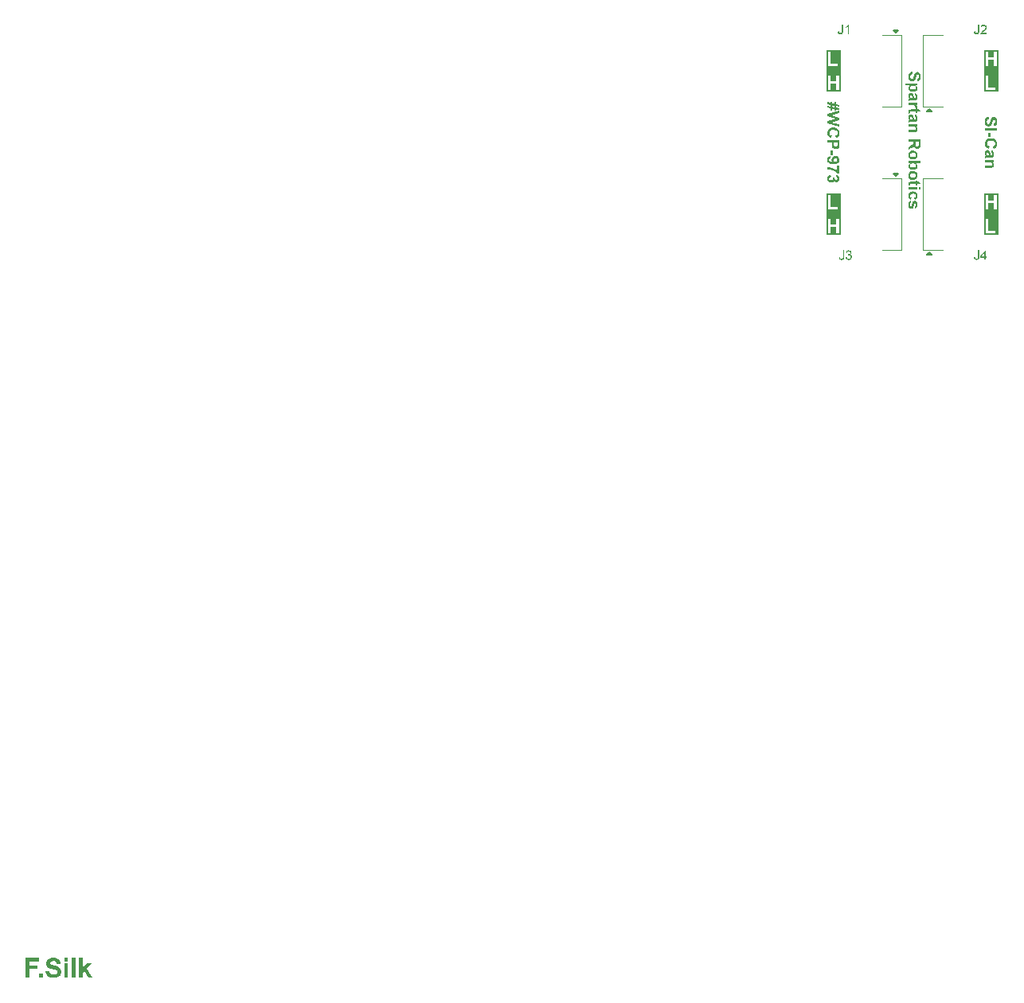
<source format=gbr>
%TF.GenerationSoftware,KiCad,Pcbnew,8.0.2-1*%
%TF.CreationDate,2024-09-28T15:44:51-07:00*%
%TF.ProjectId,TEE-CAN,5445452d-4341-44e2-9e6b-696361645f70,rev?*%
%TF.SameCoordinates,Original*%
%TF.FileFunction,Legend,Top*%
%TF.FilePolarity,Positive*%
%FSLAX46Y46*%
G04 Gerber Fmt 4.6, Leading zero omitted, Abs format (unit mm)*
G04 Created by KiCad (PCBNEW 8.0.2-1) date 2024-09-28 15:44:51*
%MOMM*%
%LPD*%
G01*
G04 APERTURE LIST*
%ADD10C,0.300000*%
%ADD11C,0.228600*%
%ADD12C,0.150000*%
%ADD13C,0.120000*%
%ADD14C,0.200000*%
G04 APERTURE END LIST*
D10*
G36*
X157738809Y-82207667D02*
G01*
X156197938Y-82207667D01*
X156197938Y-82041000D01*
X156371933Y-82041000D01*
X157435122Y-82041000D01*
X157435122Y-81783079D01*
X156676748Y-81783079D01*
X156676748Y-80516924D01*
X156371933Y-80516924D01*
X156371933Y-82041000D01*
X156197938Y-82041000D01*
X156197938Y-79521000D01*
X156364605Y-79521000D01*
X156669420Y-79521000D01*
X156669420Y-78864475D01*
X157267327Y-78864475D01*
X157267327Y-79521000D01*
X157572142Y-79521000D01*
X157572142Y-77996924D01*
X157267327Y-77996924D01*
X157267327Y-78606554D01*
X156669420Y-78606554D01*
X156669420Y-77996924D01*
X156364605Y-77996924D01*
X156364605Y-79521000D01*
X156197938Y-79521000D01*
X156197938Y-77830257D01*
X157738809Y-77830257D01*
X157738809Y-82207667D01*
G37*
D11*
G36*
X148587793Y-80090561D02*
G01*
X148607645Y-80341813D01*
X148543703Y-80358231D01*
X148484743Y-80385106D01*
X148434581Y-80425164D01*
X148427115Y-80433629D01*
X148394267Y-80487116D01*
X148375054Y-80552039D01*
X148369420Y-80620983D01*
X148373518Y-80686266D01*
X148387682Y-80747407D01*
X148418035Y-80804942D01*
X148421222Y-80808957D01*
X148470144Y-80852214D01*
X148529940Y-80871679D01*
X148542815Y-80872235D01*
X148604467Y-80855954D01*
X148618812Y-80845559D01*
X148656458Y-80793581D01*
X148673405Y-80752813D01*
X148692387Y-80690769D01*
X148709731Y-80627495D01*
X148726003Y-80565628D01*
X148731100Y-80545917D01*
X148748236Y-80484090D01*
X148770279Y-80417875D01*
X148793935Y-80360361D01*
X148823575Y-80304261D01*
X148860138Y-80254650D01*
X148909063Y-80208722D01*
X148962470Y-80174074D01*
X149020360Y-80150707D01*
X149082732Y-80138621D01*
X149120386Y-80136779D01*
X149186698Y-80143303D01*
X149250005Y-80162876D01*
X149304948Y-80191992D01*
X149354815Y-80231450D01*
X149396624Y-80280420D01*
X149430375Y-80338902D01*
X149436158Y-80351739D01*
X149457900Y-80413925D01*
X149471253Y-80474887D01*
X149478983Y-80541200D01*
X149481135Y-80603612D01*
X149478492Y-80675925D01*
X149470564Y-80742422D01*
X149457349Y-80803102D01*
X149434514Y-80868242D01*
X149404067Y-80925006D01*
X149372880Y-80965912D01*
X149322059Y-81013709D01*
X149264322Y-81050433D01*
X149199668Y-81076084D01*
X149138745Y-81089257D01*
X149084094Y-81094020D01*
X149084094Y-80835633D01*
X149147969Y-80817938D01*
X149203414Y-80783731D01*
X149220887Y-80764600D01*
X149249513Y-80706382D01*
X149261291Y-80639846D01*
X149262763Y-80600821D01*
X149258340Y-80535366D01*
X149243259Y-80474282D01*
X149217475Y-80424634D01*
X149165305Y-80386928D01*
X149139308Y-80383689D01*
X149079926Y-80405324D01*
X149063312Y-80422152D01*
X149032239Y-80478350D01*
X149010604Y-80537673D01*
X148991068Y-80603926D01*
X148976769Y-80659446D01*
X148959488Y-80726712D01*
X148942076Y-80787065D01*
X148921597Y-80848737D01*
X148897974Y-80907697D01*
X148883092Y-80938306D01*
X148849813Y-80990874D01*
X148805300Y-81039813D01*
X148752503Y-81079441D01*
X148690982Y-81108581D01*
X148627103Y-81124575D01*
X148563136Y-81130423D01*
X148548089Y-81130622D01*
X148480435Y-81124655D01*
X148415507Y-81106752D01*
X148353306Y-81076915D01*
X148341193Y-81069515D01*
X148290855Y-81031143D01*
X148248369Y-80984772D01*
X148213735Y-80930402D01*
X148197886Y-80896740D01*
X148177394Y-80837475D01*
X148162757Y-80771347D01*
X148154752Y-80707855D01*
X148151230Y-80639108D01*
X148151047Y-80618501D01*
X148153766Y-80545448D01*
X148161922Y-80477893D01*
X148175516Y-80415835D01*
X148199005Y-80348624D01*
X148230325Y-80289329D01*
X148262405Y-80245965D01*
X148307868Y-80200902D01*
X148360507Y-80163188D01*
X148420321Y-80132825D01*
X148487311Y-80109812D01*
X148548617Y-80096249D01*
X148587793Y-80090561D01*
G37*
G36*
X149103946Y-81560854D02*
G01*
X148967774Y-81560854D01*
X149020077Y-81602116D01*
X149060542Y-81649473D01*
X149080682Y-81681207D01*
X149106956Y-81740516D01*
X149121104Y-81804449D01*
X149123798Y-81849639D01*
X149117713Y-81917877D01*
X149099456Y-81981454D01*
X149069028Y-82040370D01*
X149026428Y-82094625D01*
X148996621Y-82123536D01*
X148945524Y-82161801D01*
X148887381Y-82192150D01*
X148822195Y-82214582D01*
X148749963Y-82229097D01*
X148684389Y-82235144D01*
X148642696Y-82236134D01*
X148572339Y-82233362D01*
X148507055Y-82225047D01*
X148435413Y-82207752D01*
X148371076Y-82182474D01*
X148314047Y-82149213D01*
X148280086Y-82122605D01*
X148236233Y-82078447D01*
X148196539Y-82022629D01*
X148169193Y-81962179D01*
X148154198Y-81897099D01*
X148151047Y-81847778D01*
X148156487Y-81787602D01*
X148329716Y-81787602D01*
X148341695Y-81852349D01*
X148377633Y-81907472D01*
X148402300Y-81929668D01*
X148456753Y-81959602D01*
X148521300Y-81977064D01*
X148591034Y-81985046D01*
X148640525Y-81986432D01*
X148704413Y-81983627D01*
X148768050Y-81973551D01*
X148827685Y-81953455D01*
X148870064Y-81927807D01*
X148915807Y-81880144D01*
X148941538Y-81819650D01*
X148945130Y-81783259D01*
X148934792Y-81720111D01*
X148903778Y-81665601D01*
X148871615Y-81634058D01*
X148812680Y-81600327D01*
X148751974Y-81583144D01*
X148688580Y-81575738D01*
X148653553Y-81574812D01*
X148585226Y-81577766D01*
X148517280Y-81588375D01*
X148453772Y-81609534D01*
X148408814Y-81636540D01*
X148363781Y-81682379D01*
X148335973Y-81739660D01*
X148329716Y-81787602D01*
X148156487Y-81787602D01*
X148156866Y-81783410D01*
X148176013Y-81720375D01*
X148181446Y-81708503D01*
X148216628Y-81652702D01*
X148260016Y-81602888D01*
X148286290Y-81577294D01*
X147813562Y-81577294D01*
X147813562Y-81332245D01*
X149103946Y-81332245D01*
X149103946Y-81560854D01*
G37*
G36*
X148491191Y-82366404D02*
G01*
X148551445Y-82386929D01*
X148571353Y-82397742D01*
X148620538Y-82436342D01*
X148658443Y-82486461D01*
X148667201Y-82502896D01*
X148690916Y-82562031D01*
X148708879Y-82624171D01*
X148723647Y-82690095D01*
X148725206Y-82698005D01*
X148739369Y-82768140D01*
X148755009Y-82835935D01*
X148771909Y-82896448D01*
X148786313Y-82936229D01*
X148811439Y-82936229D01*
X148873321Y-82927466D01*
X148914421Y-82901178D01*
X148939252Y-82842465D01*
X148945100Y-82775646D01*
X148945130Y-82769658D01*
X148936787Y-82705056D01*
X148918764Y-82667296D01*
X148870176Y-82626996D01*
X148826017Y-82608050D01*
X148865722Y-82385645D01*
X148927216Y-82407784D01*
X148986202Y-82440756D01*
X149034391Y-82482266D01*
X149060520Y-82514683D01*
X149091109Y-82573347D01*
X149109894Y-82637275D01*
X149119843Y-82702308D01*
X149123551Y-82764809D01*
X149123798Y-82787029D01*
X149121928Y-82854795D01*
X149115211Y-82922392D01*
X149101814Y-82985879D01*
X149084715Y-83031147D01*
X149052436Y-83084683D01*
X149007279Y-83130162D01*
X148985454Y-83144055D01*
X148926378Y-83164092D01*
X148863464Y-83173050D01*
X148794151Y-83176646D01*
X148764910Y-83176935D01*
X148477055Y-83174144D01*
X148413065Y-83175076D01*
X148348715Y-83178748D01*
X148295905Y-83185931D01*
X148235496Y-83202836D01*
X148175059Y-83227981D01*
X148170900Y-83229978D01*
X148170900Y-82987720D01*
X148231488Y-82968402D01*
X148246585Y-82964146D01*
X148276674Y-82955461D01*
X148233897Y-82907013D01*
X148197597Y-82851772D01*
X148182376Y-82820839D01*
X148162092Y-82761234D01*
X148159010Y-82741741D01*
X148329716Y-82741741D01*
X148340030Y-82806570D01*
X148368433Y-82864531D01*
X148370971Y-82868298D01*
X148415851Y-82911870D01*
X148447898Y-82926613D01*
X148510226Y-82935093D01*
X148561427Y-82936229D01*
X148607645Y-82936229D01*
X148591282Y-82875355D01*
X148577077Y-82811684D01*
X148571973Y-82787029D01*
X148557972Y-82725225D01*
X148537868Y-82665165D01*
X148531649Y-82653648D01*
X148484539Y-82612330D01*
X148449759Y-82605568D01*
X148388675Y-82623748D01*
X148365077Y-82644032D01*
X148334689Y-82700229D01*
X148329716Y-82741741D01*
X148159010Y-82741741D01*
X148152149Y-82698353D01*
X148151047Y-82668226D01*
X148155972Y-82600508D01*
X148173283Y-82533363D01*
X148203060Y-82475787D01*
X148229835Y-82442719D01*
X148277466Y-82402834D01*
X148338159Y-82373827D01*
X148399775Y-82361499D01*
X148429286Y-82360209D01*
X148491191Y-82366404D01*
G37*
G36*
X148170900Y-83648422D02*
G01*
X148170900Y-83403373D01*
X149103946Y-83403373D01*
X149103946Y-83631051D01*
X148972116Y-83631051D01*
X149024200Y-83666347D01*
X149073160Y-83708790D01*
X149094641Y-83735895D01*
X149118986Y-83795999D01*
X149123798Y-83842290D01*
X149116732Y-83904230D01*
X149095532Y-83964426D01*
X149073548Y-84003588D01*
X148845249Y-83927591D01*
X148874193Y-83871408D01*
X148885574Y-83812511D01*
X148873551Y-83751609D01*
X148857657Y-83725038D01*
X148805191Y-83686386D01*
X148756845Y-83668894D01*
X148688067Y-83657239D01*
X148624643Y-83652340D01*
X148558112Y-83649701D01*
X148494088Y-83648602D01*
X148451930Y-83648422D01*
X148170900Y-83648422D01*
G37*
G36*
X149103946Y-84529667D02*
G01*
X148925278Y-84529667D01*
X148925278Y-84362165D01*
X148520172Y-84362165D01*
X148453233Y-84362620D01*
X148390424Y-84365005D01*
X148376554Y-84366818D01*
X148342744Y-84388842D01*
X148329716Y-84430097D01*
X148340859Y-84491381D01*
X148353290Y-84528737D01*
X148183307Y-84549829D01*
X148164940Y-84488332D01*
X148154198Y-84421557D01*
X148151047Y-84356272D01*
X148156786Y-84293148D01*
X148174001Y-84236539D01*
X148207904Y-84181141D01*
X148233247Y-84158372D01*
X148291968Y-84132348D01*
X148331577Y-84123941D01*
X148398035Y-84118125D01*
X148462332Y-84116459D01*
X148509315Y-84116186D01*
X148925278Y-84116186D01*
X148925278Y-84003588D01*
X149103946Y-84003588D01*
X149103946Y-84116186D01*
X149282615Y-84116186D01*
X149421579Y-84362165D01*
X149103946Y-84362165D01*
X149103946Y-84529667D01*
G37*
G36*
X148491191Y-84638224D02*
G01*
X148551445Y-84658749D01*
X148571353Y-84669562D01*
X148620538Y-84708162D01*
X148658443Y-84758281D01*
X148667201Y-84774716D01*
X148690916Y-84833850D01*
X148708879Y-84895991D01*
X148723647Y-84961915D01*
X148725206Y-84969824D01*
X148739369Y-85039960D01*
X148755009Y-85107755D01*
X148771909Y-85168268D01*
X148786313Y-85208049D01*
X148811439Y-85208049D01*
X148873321Y-85199286D01*
X148914421Y-85172998D01*
X148939252Y-85114285D01*
X148945100Y-85047466D01*
X148945130Y-85041478D01*
X148936787Y-84976876D01*
X148918764Y-84939116D01*
X148870176Y-84898816D01*
X148826017Y-84879870D01*
X148865722Y-84657465D01*
X148927216Y-84679604D01*
X148986202Y-84712576D01*
X149034391Y-84754086D01*
X149060520Y-84786503D01*
X149091109Y-84845167D01*
X149109894Y-84909095D01*
X149119843Y-84974128D01*
X149123551Y-85036629D01*
X149123798Y-85058849D01*
X149121928Y-85126615D01*
X149115211Y-85194212D01*
X149101814Y-85257699D01*
X149084715Y-85302967D01*
X149052436Y-85356503D01*
X149007279Y-85401982D01*
X148985454Y-85415875D01*
X148926378Y-85435912D01*
X148863464Y-85444870D01*
X148794151Y-85448466D01*
X148764910Y-85448755D01*
X148477055Y-85445964D01*
X148413065Y-85446896D01*
X148348715Y-85450568D01*
X148295905Y-85457751D01*
X148235496Y-85474656D01*
X148175059Y-85499801D01*
X148170900Y-85501798D01*
X148170900Y-85259540D01*
X148231488Y-85240222D01*
X148246585Y-85235966D01*
X148276674Y-85227281D01*
X148233897Y-85178833D01*
X148197597Y-85123592D01*
X148182376Y-85092659D01*
X148162092Y-85033054D01*
X148159010Y-85013561D01*
X148329716Y-85013561D01*
X148340030Y-85078390D01*
X148368433Y-85136351D01*
X148370971Y-85140118D01*
X148415851Y-85183690D01*
X148447898Y-85198433D01*
X148510226Y-85206913D01*
X148561427Y-85208049D01*
X148607645Y-85208049D01*
X148591282Y-85147175D01*
X148577077Y-85083504D01*
X148571973Y-85058849D01*
X148557972Y-84997045D01*
X148537868Y-84936984D01*
X148531649Y-84925468D01*
X148484539Y-84884149D01*
X148449759Y-84877388D01*
X148388675Y-84895568D01*
X148365077Y-84915852D01*
X148334689Y-84972049D01*
X148329716Y-85013561D01*
X148159010Y-85013561D01*
X148152149Y-84970173D01*
X148151047Y-84940046D01*
X148155972Y-84872328D01*
X148173283Y-84805183D01*
X148203060Y-84747607D01*
X148229835Y-84714539D01*
X148277466Y-84674654D01*
X148338159Y-84645647D01*
X148399775Y-84633319D01*
X148429286Y-84632029D01*
X148491191Y-84638224D01*
G37*
G36*
X148170900Y-86528211D02*
G01*
X148170900Y-86283162D01*
X148652622Y-86283162D01*
X148722337Y-86282174D01*
X148784638Y-86278698D01*
X148847606Y-86268316D01*
X148850522Y-86267343D01*
X148904761Y-86234792D01*
X148920315Y-86216472D01*
X148943167Y-86158268D01*
X148945130Y-86131480D01*
X148935062Y-86067352D01*
X148909458Y-86017021D01*
X148865233Y-85972229D01*
X148815161Y-85947538D01*
X148751095Y-85935488D01*
X148687488Y-85930745D01*
X148617725Y-85929000D01*
X148598339Y-85928927D01*
X148170900Y-85928927D01*
X148170900Y-85683878D01*
X149103946Y-85683878D01*
X149103946Y-85911557D01*
X148967774Y-85911557D01*
X149020798Y-85959241D01*
X149062851Y-86011331D01*
X149093934Y-86067826D01*
X149114047Y-86128727D01*
X149123189Y-86194034D01*
X149123798Y-86216782D01*
X149118935Y-86280458D01*
X149102820Y-86343766D01*
X149094330Y-86365052D01*
X149063160Y-86420931D01*
X149019265Y-86466794D01*
X148964042Y-86498855D01*
X148915662Y-86514563D01*
X148850531Y-86524359D01*
X148782527Y-86527878D01*
X148750021Y-86528211D01*
X148170900Y-86528211D01*
G37*
G36*
X149461283Y-87811150D02*
G01*
X149460062Y-87884091D01*
X149456398Y-87949136D01*
X149449036Y-88015043D01*
X149436551Y-88077207D01*
X149426542Y-88108931D01*
X149396243Y-88168509D01*
X149353116Y-88219290D01*
X149302777Y-88257822D01*
X149244623Y-88287265D01*
X149181440Y-88305804D01*
X149113229Y-88313437D01*
X149098983Y-88313656D01*
X149029423Y-88308363D01*
X148966223Y-88292485D01*
X148909381Y-88266022D01*
X148858897Y-88228974D01*
X148815956Y-88181535D01*
X148781738Y-88123588D01*
X148758954Y-88064264D01*
X148742849Y-87996896D01*
X148739475Y-87976171D01*
X148704431Y-88030267D01*
X148663610Y-88081339D01*
X148631219Y-88114204D01*
X148580065Y-88156209D01*
X148529233Y-88192375D01*
X148475340Y-88227901D01*
X148422152Y-88261234D01*
X148170900Y-88417569D01*
X148170900Y-88108621D01*
X148454722Y-87921888D01*
X148506030Y-87886762D01*
X148562533Y-87846816D01*
X148614023Y-87807952D01*
X148639904Y-87785715D01*
X148679968Y-87735804D01*
X148688655Y-87716853D01*
X148925278Y-87716853D01*
X148925812Y-87781622D01*
X148927786Y-87844781D01*
X148933130Y-87911835D01*
X148940477Y-87948874D01*
X148972212Y-88002894D01*
X148993519Y-88021148D01*
X149054070Y-88044939D01*
X149087506Y-88047514D01*
X149150941Y-88036620D01*
X149189558Y-88013083D01*
X149225541Y-87962136D01*
X149238568Y-87915684D01*
X149241825Y-87852948D01*
X149242703Y-87790056D01*
X149242911Y-87727399D01*
X149242911Y-87525777D01*
X148925278Y-87525777D01*
X148925278Y-87716853D01*
X148688655Y-87716853D01*
X148692636Y-87708168D01*
X148704174Y-87646892D01*
X148706891Y-87583716D01*
X148706905Y-87578199D01*
X148706905Y-87525777D01*
X148170900Y-87525777D01*
X148170900Y-87267700D01*
X149461283Y-87267700D01*
X149461283Y-87811150D01*
G37*
G36*
X148718907Y-88496154D02*
G01*
X148786088Y-88510434D01*
X148844733Y-88531119D01*
X148888055Y-88551570D01*
X148942047Y-88584799D01*
X148994678Y-88629690D01*
X149038721Y-88682530D01*
X149063312Y-88722174D01*
X149089775Y-88778977D01*
X149108677Y-88838960D01*
X149120018Y-88902122D01*
X149123798Y-88968463D01*
X149120451Y-89032329D01*
X149107598Y-89104070D01*
X149085104Y-89170467D01*
X149052971Y-89231521D01*
X149011197Y-89287231D01*
X148986695Y-89313083D01*
X148932730Y-89358728D01*
X148873660Y-89394929D01*
X148809488Y-89421686D01*
X148740212Y-89439000D01*
X148678583Y-89446214D01*
X148639904Y-89447394D01*
X148575746Y-89444077D01*
X148503395Y-89431340D01*
X148436103Y-89409050D01*
X148373872Y-89377207D01*
X148316700Y-89335812D01*
X148290012Y-89311532D01*
X148242786Y-89258235D01*
X148205330Y-89200009D01*
X148177646Y-89136854D01*
X148159733Y-89068771D01*
X148151590Y-88995757D01*
X148151047Y-88970324D01*
X148151100Y-88969394D01*
X148329716Y-88969394D01*
X148339063Y-89031624D01*
X148370578Y-89091151D01*
X148408814Y-89130072D01*
X148465442Y-89164422D01*
X148528372Y-89184461D01*
X148593827Y-89193621D01*
X148639284Y-89195211D01*
X148708689Y-89191140D01*
X148769563Y-89178926D01*
X148827851Y-89155453D01*
X148865722Y-89130072D01*
X148910932Y-89081836D01*
X148938848Y-89020855D01*
X148945130Y-88969394D01*
X148935747Y-88907090D01*
X148904107Y-88847316D01*
X148865722Y-88808096D01*
X148809439Y-88773581D01*
X148747079Y-88753448D01*
X148682337Y-88744244D01*
X148637423Y-88742646D01*
X148567185Y-88746737D01*
X148505670Y-88759009D01*
X148446895Y-88782594D01*
X148408814Y-88808096D01*
X148363781Y-88856685D01*
X148335973Y-88917884D01*
X148329716Y-88969394D01*
X148151100Y-88969394D01*
X148154653Y-88907317D01*
X148165471Y-88845784D01*
X148183501Y-88785724D01*
X148208742Y-88727137D01*
X148241099Y-88672893D01*
X148285518Y-88620118D01*
X148338427Y-88576077D01*
X148378416Y-88551570D01*
X148437293Y-88525243D01*
X148502258Y-88506438D01*
X148564096Y-88496154D01*
X148630595Y-88491629D01*
X148650451Y-88491394D01*
X148718907Y-88496154D01*
G37*
G36*
X149461283Y-89868320D02*
G01*
X148994760Y-89868320D01*
X149038613Y-89912355D01*
X149078307Y-89967422D01*
X149105652Y-90026468D01*
X149120648Y-90089491D01*
X149123798Y-90136943D01*
X149117906Y-90208234D01*
X149100228Y-90273914D01*
X149070764Y-90333984D01*
X149029516Y-90388443D01*
X149000654Y-90417043D01*
X148950701Y-90454677D01*
X148893202Y-90484524D01*
X148828157Y-90506585D01*
X148755566Y-90520859D01*
X148689309Y-90526807D01*
X148647039Y-90527781D01*
X148575259Y-90525024D01*
X148508811Y-90516754D01*
X148447694Y-90502971D01*
X148381391Y-90479155D01*
X148322766Y-90447399D01*
X148279776Y-90414872D01*
X148236028Y-90370830D01*
X148196429Y-90315148D01*
X148169150Y-90254834D01*
X148154190Y-90189890D01*
X148151047Y-90140665D01*
X148157035Y-90081109D01*
X148329716Y-90081109D01*
X148341695Y-90143147D01*
X148377633Y-90197200D01*
X148402300Y-90219453D01*
X148462275Y-90251948D01*
X148526012Y-90268502D01*
X148593749Y-90275636D01*
X148631529Y-90276528D01*
X148699830Y-90273767D01*
X148767020Y-90263851D01*
X148828751Y-90244074D01*
X148871305Y-90218833D01*
X148916292Y-90171214D01*
X148941597Y-90109290D01*
X148945130Y-90071493D01*
X148935010Y-90009567D01*
X148901207Y-89951833D01*
X148873166Y-89924774D01*
X148815071Y-89891573D01*
X148754398Y-89874659D01*
X148690538Y-89867370D01*
X148655104Y-89866459D01*
X148592905Y-89868626D01*
X148531018Y-89876410D01*
X148467453Y-89894100D01*
X148432078Y-89911746D01*
X148382596Y-89950977D01*
X148346610Y-90002280D01*
X148330116Y-90068089D01*
X148329716Y-90081109D01*
X148157035Y-90081109D01*
X148157498Y-90076505D01*
X148176849Y-90013060D01*
X148190131Y-89984020D01*
X148224897Y-89929102D01*
X148270567Y-89880204D01*
X148307072Y-89850949D01*
X148170900Y-89850949D01*
X148170900Y-89623271D01*
X149461283Y-89623271D01*
X149461283Y-89868320D01*
G37*
G36*
X148718907Y-90667473D02*
G01*
X148786088Y-90681753D01*
X148844733Y-90702438D01*
X148888055Y-90722889D01*
X148942047Y-90756118D01*
X148994678Y-90801009D01*
X149038721Y-90853849D01*
X149063312Y-90893493D01*
X149089775Y-90950296D01*
X149108677Y-91010279D01*
X149120018Y-91073441D01*
X149123798Y-91139782D01*
X149120451Y-91203648D01*
X149107598Y-91275389D01*
X149085104Y-91341786D01*
X149052971Y-91402840D01*
X149011197Y-91458550D01*
X148986695Y-91484402D01*
X148932730Y-91530047D01*
X148873660Y-91566248D01*
X148809488Y-91593005D01*
X148740212Y-91610319D01*
X148678583Y-91617533D01*
X148639904Y-91618713D01*
X148575746Y-91615396D01*
X148503395Y-91602659D01*
X148436103Y-91580369D01*
X148373872Y-91548526D01*
X148316700Y-91507131D01*
X148290012Y-91482851D01*
X148242786Y-91429554D01*
X148205330Y-91371328D01*
X148177646Y-91308173D01*
X148159733Y-91240089D01*
X148151590Y-91167076D01*
X148151047Y-91141643D01*
X148151100Y-91140713D01*
X148329716Y-91140713D01*
X148339063Y-91202943D01*
X148370578Y-91262470D01*
X148408814Y-91301390D01*
X148465442Y-91335741D01*
X148528372Y-91355779D01*
X148593827Y-91364940D01*
X148639284Y-91366530D01*
X148708689Y-91362459D01*
X148769563Y-91350245D01*
X148827851Y-91326772D01*
X148865722Y-91301390D01*
X148910932Y-91253155D01*
X148938848Y-91192174D01*
X148945130Y-91140713D01*
X148935747Y-91078409D01*
X148904107Y-91018635D01*
X148865722Y-90979415D01*
X148809439Y-90944900D01*
X148747079Y-90924767D01*
X148682337Y-90915563D01*
X148637423Y-90913965D01*
X148567185Y-90918056D01*
X148505670Y-90930328D01*
X148446895Y-90953912D01*
X148408814Y-90979415D01*
X148363781Y-91028004D01*
X148335973Y-91089203D01*
X148329716Y-91140713D01*
X148151100Y-91140713D01*
X148154653Y-91078636D01*
X148165471Y-91017103D01*
X148183501Y-90957043D01*
X148208742Y-90898456D01*
X148241099Y-90844211D01*
X148285518Y-90791436D01*
X148338427Y-90747396D01*
X148378416Y-90722889D01*
X148437293Y-90696562D01*
X148502258Y-90677757D01*
X148564096Y-90667473D01*
X148630595Y-90662948D01*
X148650451Y-90662712D01*
X148718907Y-90667473D01*
G37*
G36*
X149103946Y-92229784D02*
G01*
X148925278Y-92229784D01*
X148925278Y-92062283D01*
X148520172Y-92062283D01*
X148453233Y-92062737D01*
X148390424Y-92065122D01*
X148376554Y-92066935D01*
X148342744Y-92088959D01*
X148329716Y-92130214D01*
X148340859Y-92191498D01*
X148353290Y-92228854D01*
X148183307Y-92249947D01*
X148164940Y-92188449D01*
X148154198Y-92121674D01*
X148151047Y-92056389D01*
X148156786Y-91993266D01*
X148174001Y-91936656D01*
X148207904Y-91881259D01*
X148233247Y-91858489D01*
X148291968Y-91832465D01*
X148331577Y-91824058D01*
X148398035Y-91818242D01*
X148462332Y-91816576D01*
X148509315Y-91816303D01*
X148925278Y-91816303D01*
X148925278Y-91703705D01*
X149103946Y-91703705D01*
X149103946Y-91816303D01*
X149282615Y-91816303D01*
X149421579Y-92062283D01*
X149103946Y-92062283D01*
X149103946Y-92229784D01*
G37*
G36*
X149242911Y-92396666D02*
G01*
X149461283Y-92396666D01*
X149461283Y-92642025D01*
X149242911Y-92642025D01*
X149242911Y-92396666D01*
G37*
G36*
X148170900Y-92396666D02*
G01*
X149103946Y-92396666D01*
X149103946Y-92642025D01*
X148170900Y-92642025D01*
X148170900Y-92396666D01*
G37*
G36*
X148845869Y-93698526D02*
G01*
X148806165Y-93456890D01*
X148866730Y-93436960D01*
X148910078Y-93401366D01*
X148938421Y-93344714D01*
X148945130Y-93289388D01*
X148935621Y-93225950D01*
X148903857Y-93168940D01*
X148877509Y-93143289D01*
X148820280Y-93112207D01*
X148757480Y-93096373D01*
X148689588Y-93089549D01*
X148651381Y-93088696D01*
X148588943Y-93090637D01*
X148525277Y-93097808D01*
X148464620Y-93112475D01*
X148406957Y-93140513D01*
X148402300Y-93143910D01*
X148358069Y-93190874D01*
X148334252Y-93248482D01*
X148329716Y-93292800D01*
X148339720Y-93356234D01*
X148369730Y-93406949D01*
X148420280Y-93443032D01*
X148479073Y-93463555D01*
X148508384Y-93469918D01*
X148468680Y-93710624D01*
X148403558Y-93690908D01*
X148345797Y-93664602D01*
X148288800Y-93626468D01*
X148241419Y-93579727D01*
X148231076Y-93566696D01*
X148196064Y-93508963D01*
X148173634Y-93451003D01*
X148158863Y-93386096D01*
X148151751Y-93314244D01*
X148151047Y-93281323D01*
X148155573Y-93208023D01*
X148169150Y-93140502D01*
X148191778Y-93078762D01*
X148223457Y-93022800D01*
X148264187Y-92972619D01*
X148279776Y-92957176D01*
X148331633Y-92916170D01*
X148390426Y-92883647D01*
X148456154Y-92859609D01*
X148528818Y-92844054D01*
X148594670Y-92837573D01*
X148636492Y-92836513D01*
X148706023Y-92839474D01*
X148770570Y-92848357D01*
X148841449Y-92866834D01*
X148905153Y-92893838D01*
X148961681Y-92929371D01*
X148995380Y-92957797D01*
X149039022Y-93006288D01*
X149073635Y-93060799D01*
X149099218Y-93121329D01*
X149115772Y-93187879D01*
X149123297Y-93260448D01*
X149123798Y-93285976D01*
X149120503Y-93356626D01*
X149110618Y-93420657D01*
X149091250Y-93485729D01*
X149063275Y-93542154D01*
X149054936Y-93554909D01*
X149010684Y-93606651D01*
X148961790Y-93645187D01*
X148903901Y-93676705D01*
X148845869Y-93698526D01*
G37*
G36*
X148428976Y-93793134D02*
G01*
X148468680Y-94039113D01*
X148408659Y-94062920D01*
X148365077Y-94102702D01*
X148338556Y-94160397D01*
X148329854Y-94226656D01*
X148329716Y-94237324D01*
X148334645Y-94301925D01*
X148354669Y-94364152D01*
X148364767Y-94380321D01*
X148420170Y-94412076D01*
X148430217Y-94412580D01*
X148476435Y-94395210D01*
X148503024Y-94335369D01*
X148508695Y-94313010D01*
X148524883Y-94242267D01*
X148540722Y-94178310D01*
X148560030Y-94107906D01*
X148578792Y-94048104D01*
X148604144Y-93982193D01*
X148628427Y-93937061D01*
X148669799Y-93889021D01*
X148725147Y-93851382D01*
X148789820Y-93831115D01*
X148838115Y-93827255D01*
X148903095Y-93834763D01*
X148961942Y-93857287D01*
X149014654Y-93894828D01*
X149041288Y-93922172D01*
X149077386Y-93976320D01*
X149100512Y-94034417D01*
X149115741Y-94102519D01*
X149122509Y-94168855D01*
X149123798Y-94217162D01*
X149121508Y-94285031D01*
X149113048Y-94355529D01*
X149098353Y-94416676D01*
X149073926Y-94475107D01*
X149058659Y-94499743D01*
X149017061Y-94547325D01*
X148965551Y-94585730D01*
X148904129Y-94614958D01*
X148865722Y-94627231D01*
X148826017Y-94395830D01*
X148885017Y-94368745D01*
X148914421Y-94339376D01*
X148939252Y-94281775D01*
X148945130Y-94221504D01*
X148941335Y-94156641D01*
X148924468Y-94094177D01*
X148918143Y-94082850D01*
X148868203Y-94054933D01*
X148823846Y-94079438D01*
X148798545Y-94139590D01*
X148780622Y-94201899D01*
X148762872Y-94273086D01*
X148754674Y-94308357D01*
X148737321Y-94377611D01*
X148718527Y-94438578D01*
X148694783Y-94499231D01*
X148665247Y-94554735D01*
X148645488Y-94581943D01*
X148594333Y-94625564D01*
X148530863Y-94651078D01*
X148462477Y-94658560D01*
X148393562Y-94650144D01*
X148330242Y-94624896D01*
X148278654Y-94588323D01*
X148242863Y-94552165D01*
X148207087Y-94500734D01*
X148180099Y-94439536D01*
X148163959Y-94379308D01*
X148154275Y-94311903D01*
X148151047Y-94237324D01*
X148153676Y-94169033D01*
X148161560Y-94106303D01*
X148177402Y-94040148D01*
X148200398Y-93981563D01*
X148225803Y-93937372D01*
X148266534Y-93887063D01*
X148313974Y-93846254D01*
X148368121Y-93814944D01*
X148428976Y-93793134D01*
G37*
D10*
G36*
X140974809Y-97447667D02*
G01*
X139433938Y-97447667D01*
X139433938Y-97281000D01*
X139600605Y-97281000D01*
X139905420Y-97281000D01*
X139905420Y-96624475D01*
X140503327Y-96624475D01*
X140503327Y-97281000D01*
X140808142Y-97281000D01*
X140808142Y-95756924D01*
X140503327Y-95756924D01*
X140503327Y-96366554D01*
X139905420Y-96366554D01*
X139905420Y-95756924D01*
X139600605Y-95756924D01*
X139600605Y-97281000D01*
X139433938Y-97281000D01*
X139433938Y-94761000D01*
X139607933Y-94761000D01*
X140671122Y-94761000D01*
X140671122Y-94503079D01*
X139912748Y-94503079D01*
X139912748Y-93236924D01*
X139607933Y-93236924D01*
X139607933Y-94761000D01*
X139433938Y-94761000D01*
X139433938Y-93070257D01*
X140974809Y-93070257D01*
X140974809Y-97447667D01*
G37*
G36*
X157738809Y-97447667D02*
G01*
X156197938Y-97447667D01*
X156197938Y-97281000D01*
X156371933Y-97281000D01*
X157435122Y-97281000D01*
X157435122Y-97023079D01*
X156676748Y-97023079D01*
X156676748Y-95756924D01*
X156371933Y-95756924D01*
X156371933Y-97281000D01*
X156197938Y-97281000D01*
X156197938Y-94761000D01*
X156364605Y-94761000D01*
X156669420Y-94761000D01*
X156669420Y-94104475D01*
X157267327Y-94104475D01*
X157267327Y-94761000D01*
X157572142Y-94761000D01*
X157572142Y-93236924D01*
X157267327Y-93236924D01*
X157267327Y-93846554D01*
X156669420Y-93846554D01*
X156669420Y-93236924D01*
X156364605Y-93236924D01*
X156364605Y-94761000D01*
X156197938Y-94761000D01*
X156197938Y-93070257D01*
X157738809Y-93070257D01*
X157738809Y-97447667D01*
G37*
D11*
G36*
X156715793Y-84880490D02*
G01*
X156735645Y-85131742D01*
X156671703Y-85148160D01*
X156612743Y-85175035D01*
X156562581Y-85215093D01*
X156555115Y-85223558D01*
X156522267Y-85277045D01*
X156503054Y-85341968D01*
X156497420Y-85410912D01*
X156501518Y-85476195D01*
X156515682Y-85537336D01*
X156546035Y-85594871D01*
X156549222Y-85598886D01*
X156598144Y-85642143D01*
X156657940Y-85661608D01*
X156670815Y-85662164D01*
X156732467Y-85645883D01*
X156746812Y-85635488D01*
X156784458Y-85583510D01*
X156801405Y-85542742D01*
X156820387Y-85480698D01*
X156837731Y-85417424D01*
X156854003Y-85355557D01*
X156859100Y-85335846D01*
X156876236Y-85274019D01*
X156898279Y-85207804D01*
X156921935Y-85150290D01*
X156951575Y-85094190D01*
X156988138Y-85044579D01*
X157037063Y-84998651D01*
X157090470Y-84964003D01*
X157148360Y-84940636D01*
X157210732Y-84928550D01*
X157248386Y-84926708D01*
X157314698Y-84933232D01*
X157378005Y-84952805D01*
X157432948Y-84981921D01*
X157482815Y-85021379D01*
X157524624Y-85070349D01*
X157558375Y-85128831D01*
X157564158Y-85141668D01*
X157585900Y-85203854D01*
X157599253Y-85264816D01*
X157606983Y-85331129D01*
X157609135Y-85393541D01*
X157606492Y-85465854D01*
X157598564Y-85532351D01*
X157585349Y-85593031D01*
X157562514Y-85658171D01*
X157532067Y-85714935D01*
X157500880Y-85755841D01*
X157450059Y-85803638D01*
X157392322Y-85840362D01*
X157327668Y-85866013D01*
X157266745Y-85879186D01*
X157212094Y-85883949D01*
X157212094Y-85625562D01*
X157275969Y-85607867D01*
X157331414Y-85573660D01*
X157348887Y-85554529D01*
X157377513Y-85496311D01*
X157389291Y-85429775D01*
X157390763Y-85390750D01*
X157386340Y-85325295D01*
X157371259Y-85264211D01*
X157345475Y-85214563D01*
X157293305Y-85176857D01*
X157267308Y-85173618D01*
X157207926Y-85195253D01*
X157191312Y-85212081D01*
X157160239Y-85268279D01*
X157138604Y-85327602D01*
X157119068Y-85393855D01*
X157104769Y-85449375D01*
X157087488Y-85516641D01*
X157070076Y-85576994D01*
X157049597Y-85638666D01*
X157025974Y-85697626D01*
X157011092Y-85728235D01*
X156977813Y-85780803D01*
X156933300Y-85829742D01*
X156880503Y-85869370D01*
X156818982Y-85898510D01*
X156755103Y-85914504D01*
X156691136Y-85920352D01*
X156676089Y-85920551D01*
X156608435Y-85914584D01*
X156543507Y-85896681D01*
X156481306Y-85866844D01*
X156469193Y-85859444D01*
X156418855Y-85821072D01*
X156376369Y-85774701D01*
X156341735Y-85720331D01*
X156325886Y-85686669D01*
X156305394Y-85627404D01*
X156290757Y-85561276D01*
X156282752Y-85497784D01*
X156279230Y-85429037D01*
X156279047Y-85408430D01*
X156281766Y-85335377D01*
X156289922Y-85267822D01*
X156303516Y-85205764D01*
X156327005Y-85138553D01*
X156358325Y-85079258D01*
X156390405Y-85035894D01*
X156435868Y-84990831D01*
X156488507Y-84953117D01*
X156548321Y-84922754D01*
X156615311Y-84899741D01*
X156676617Y-84886178D01*
X156715793Y-84880490D01*
G37*
G36*
X156298900Y-86128998D02*
G01*
X157589283Y-86128998D01*
X157589283Y-86374357D01*
X156298900Y-86374357D01*
X156298900Y-86128998D01*
G37*
G36*
X156636384Y-86595211D02*
G01*
X156854757Y-86595211D01*
X156854757Y-87076624D01*
X156636384Y-87076624D01*
X156636384Y-86595211D01*
G37*
G36*
X156795201Y-88034796D02*
G01*
X156715793Y-88285118D01*
X156652342Y-88265225D01*
X156594207Y-88241607D01*
X156531463Y-88208346D01*
X156476375Y-88169720D01*
X156428941Y-88125729D01*
X156401572Y-88093421D01*
X156366679Y-88040746D01*
X156339006Y-87982989D01*
X156318552Y-87920151D01*
X156305317Y-87852230D01*
X156299301Y-87779228D01*
X156298900Y-87753765D01*
X156301594Y-87691514D01*
X156312542Y-87617681D01*
X156331910Y-87548270D01*
X156359700Y-87483282D01*
X156395911Y-87422716D01*
X156440543Y-87366574D01*
X156471364Y-87335011D01*
X156528349Y-87287828D01*
X156591514Y-87248643D01*
X156660858Y-87217454D01*
X156720782Y-87198261D01*
X156784662Y-87184186D01*
X156852496Y-87175230D01*
X156924285Y-87171391D01*
X156942851Y-87171231D01*
X157019739Y-87173805D01*
X157092206Y-87181526D01*
X157160254Y-87194393D01*
X157223881Y-87212409D01*
X157283089Y-87235571D01*
X157350882Y-87271762D01*
X157411768Y-87315996D01*
X157434189Y-87335941D01*
X157484589Y-87390039D01*
X157526446Y-87449196D01*
X157559761Y-87513412D01*
X157584534Y-87582686D01*
X157600764Y-87657020D01*
X157607598Y-87720128D01*
X157609135Y-87769585D01*
X157605546Y-87840805D01*
X157594777Y-87907709D01*
X157576829Y-87970297D01*
X157551702Y-88028568D01*
X157519396Y-88082522D01*
X157479910Y-88132160D01*
X157462106Y-88150806D01*
X157413794Y-88191673D01*
X157356022Y-88227113D01*
X157297710Y-88253669D01*
X157232155Y-88276069D01*
X157212094Y-88281706D01*
X157172390Y-88026110D01*
X157236890Y-88004715D01*
X157291346Y-87971664D01*
X157332137Y-87931503D01*
X157365515Y-87878363D01*
X157385038Y-87817892D01*
X157390763Y-87756557D01*
X157384443Y-87688858D01*
X157365482Y-87627828D01*
X157333882Y-87573468D01*
X157289641Y-87525777D01*
X157231229Y-87487100D01*
X157167237Y-87462323D01*
X157102817Y-87447819D01*
X157029564Y-87439531D01*
X156961772Y-87437373D01*
X156890026Y-87439501D01*
X156825035Y-87445885D01*
X156755962Y-87459164D01*
X156696617Y-87478571D01*
X156639675Y-87508959D01*
X156619324Y-87524536D01*
X156574676Y-87571394D01*
X156542785Y-87624804D01*
X156523650Y-87684767D01*
X156517272Y-87751283D01*
X156525189Y-87818675D01*
X156548940Y-87879250D01*
X156584273Y-87928401D01*
X156633661Y-87970646D01*
X156690956Y-88001674D01*
X156752102Y-88023692D01*
X156795201Y-88034796D01*
G37*
G36*
X156619191Y-88439272D02*
G01*
X156679445Y-88459798D01*
X156699353Y-88470610D01*
X156748538Y-88509211D01*
X156786443Y-88559329D01*
X156795201Y-88575764D01*
X156818916Y-88634899D01*
X156836879Y-88697039D01*
X156851647Y-88762963D01*
X156853206Y-88770873D01*
X156867369Y-88841008D01*
X156883009Y-88908804D01*
X156899909Y-88969316D01*
X156914313Y-89009098D01*
X156939439Y-89009098D01*
X157001321Y-89000335D01*
X157042421Y-88974046D01*
X157067252Y-88915333D01*
X157073100Y-88848514D01*
X157073130Y-88842526D01*
X157064787Y-88777925D01*
X157046764Y-88740164D01*
X156998176Y-88699864D01*
X156954017Y-88680918D01*
X156993722Y-88458513D01*
X157055216Y-88480653D01*
X157114202Y-88513624D01*
X157162391Y-88555134D01*
X157188520Y-88587551D01*
X157219109Y-88646215D01*
X157237894Y-88710143D01*
X157247843Y-88775177D01*
X157251551Y-88837677D01*
X157251798Y-88859897D01*
X157249928Y-88927664D01*
X157243211Y-88995260D01*
X157229814Y-89058747D01*
X157212715Y-89104015D01*
X157180436Y-89157552D01*
X157135279Y-89203031D01*
X157113454Y-89216924D01*
X157054378Y-89236960D01*
X156991464Y-89245918D01*
X156922151Y-89249515D01*
X156892910Y-89249804D01*
X156605055Y-89247012D01*
X156541065Y-89247944D01*
X156476715Y-89251616D01*
X156423905Y-89258799D01*
X156363496Y-89275704D01*
X156303059Y-89300850D01*
X156298900Y-89302846D01*
X156298900Y-89060589D01*
X156359488Y-89041270D01*
X156374585Y-89037014D01*
X156404674Y-89028329D01*
X156361897Y-88979882D01*
X156325597Y-88924640D01*
X156310376Y-88893707D01*
X156290092Y-88834103D01*
X156287010Y-88814609D01*
X156457716Y-88814609D01*
X156468030Y-88879439D01*
X156496433Y-88937399D01*
X156498971Y-88941166D01*
X156543851Y-88984738D01*
X156575898Y-88999482D01*
X156638226Y-89007961D01*
X156689427Y-89009098D01*
X156735645Y-89009098D01*
X156719282Y-88948223D01*
X156705077Y-88884552D01*
X156699973Y-88859897D01*
X156685972Y-88798093D01*
X156665868Y-88738033D01*
X156659649Y-88726516D01*
X156612539Y-88685198D01*
X156577759Y-88678437D01*
X156516675Y-88696617D01*
X156493077Y-88716900D01*
X156462689Y-88773097D01*
X156457716Y-88814609D01*
X156287010Y-88814609D01*
X156280149Y-88771222D01*
X156279047Y-88741095D01*
X156283972Y-88673377D01*
X156301283Y-88606232D01*
X156331060Y-88548656D01*
X156357835Y-88515588D01*
X156405466Y-88475702D01*
X156466159Y-88446695D01*
X156527775Y-88434367D01*
X156557286Y-88433078D01*
X156619191Y-88439272D01*
G37*
G36*
X156298900Y-90329259D02*
G01*
X156298900Y-90084211D01*
X156780622Y-90084211D01*
X156850337Y-90083222D01*
X156912638Y-90079746D01*
X156975606Y-90069364D01*
X156978522Y-90068391D01*
X157032761Y-90035841D01*
X157048315Y-90017520D01*
X157071167Y-89959317D01*
X157073130Y-89932528D01*
X157063062Y-89868400D01*
X157037458Y-89818069D01*
X156993233Y-89773278D01*
X156943161Y-89748587D01*
X156879095Y-89736537D01*
X156815488Y-89731793D01*
X156745725Y-89730048D01*
X156726339Y-89729975D01*
X156298900Y-89729975D01*
X156298900Y-89484927D01*
X157231946Y-89484927D01*
X157231946Y-89712605D01*
X157095774Y-89712605D01*
X157148798Y-89760289D01*
X157190851Y-89812379D01*
X157221934Y-89868874D01*
X157242047Y-89929775D01*
X157251189Y-89995082D01*
X157251798Y-90017830D01*
X157246935Y-90081507D01*
X157230820Y-90144814D01*
X157222330Y-90166100D01*
X157191160Y-90221980D01*
X157147265Y-90267842D01*
X157092042Y-90299903D01*
X157043662Y-90315611D01*
X156978531Y-90325407D01*
X156910527Y-90328926D01*
X156878021Y-90329259D01*
X156298900Y-90329259D01*
G37*
G36*
X140051053Y-83456104D02*
G01*
X140309130Y-83509767D01*
X140309130Y-83299459D01*
X140487798Y-83299459D01*
X140487798Y-83546679D01*
X140825283Y-83616782D01*
X140825283Y-83812201D01*
X140487798Y-83742718D01*
X140487798Y-83935035D01*
X140825283Y-84003277D01*
X140825283Y-84205830D01*
X140487798Y-84135417D01*
X140487798Y-84256390D01*
X140309130Y-84256390D01*
X140309130Y-84097884D01*
X140051053Y-84044221D01*
X140051053Y-84256390D01*
X139872384Y-84256390D01*
X139872384Y-84006689D01*
X139534900Y-83936276D01*
X139534900Y-83846321D01*
X140051053Y-83846321D01*
X140309130Y-83898743D01*
X140309130Y-83705806D01*
X140051053Y-83652764D01*
X140051053Y-83846321D01*
X139534900Y-83846321D01*
X139534900Y-83741788D01*
X139872384Y-83810029D01*
X139872384Y-83615851D01*
X139534900Y-83546369D01*
X139534900Y-83349089D01*
X139872384Y-83419192D01*
X139872384Y-83299459D01*
X140051053Y-83299459D01*
X140051053Y-83456104D01*
G37*
G36*
X139534900Y-84583949D02*
G01*
X140825283Y-84278724D01*
X140825283Y-84543004D01*
X139938765Y-84735631D01*
X140825283Y-84969514D01*
X140825283Y-85276600D01*
X139923876Y-85500866D01*
X140825283Y-85697216D01*
X140825283Y-85957153D01*
X139534900Y-85646655D01*
X139534900Y-85372758D01*
X140499585Y-85117784D01*
X139534900Y-84864049D01*
X139534900Y-84583949D01*
G37*
G36*
X140031201Y-86898265D02*
G01*
X139951793Y-87148587D01*
X139888342Y-87128695D01*
X139830207Y-87105076D01*
X139767463Y-87071816D01*
X139712375Y-87033190D01*
X139664941Y-86989199D01*
X139637572Y-86956891D01*
X139602679Y-86904216D01*
X139575006Y-86846459D01*
X139554552Y-86783620D01*
X139541317Y-86715700D01*
X139535301Y-86642698D01*
X139534900Y-86617234D01*
X139537594Y-86554983D01*
X139548542Y-86481150D01*
X139567910Y-86411739D01*
X139595700Y-86346751D01*
X139631911Y-86286186D01*
X139676543Y-86230043D01*
X139707364Y-86198480D01*
X139764349Y-86151297D01*
X139827514Y-86112112D01*
X139896858Y-86080923D01*
X139956782Y-86061731D01*
X140020662Y-86047656D01*
X140088496Y-86038699D01*
X140160285Y-86034861D01*
X140178851Y-86034701D01*
X140255739Y-86037274D01*
X140328206Y-86044995D01*
X140396254Y-86057863D01*
X140459881Y-86075878D01*
X140519089Y-86099040D01*
X140586882Y-86135232D01*
X140647768Y-86179465D01*
X140670189Y-86199411D01*
X140720589Y-86253509D01*
X140762446Y-86312666D01*
X140795761Y-86376881D01*
X140820534Y-86446156D01*
X140836764Y-86520489D01*
X140843598Y-86583598D01*
X140845135Y-86633054D01*
X140841546Y-86704275D01*
X140830777Y-86771179D01*
X140812829Y-86833766D01*
X140787702Y-86892037D01*
X140755396Y-86945991D01*
X140715910Y-86995629D01*
X140698106Y-87014276D01*
X140649794Y-87055143D01*
X140592022Y-87090582D01*
X140533710Y-87117138D01*
X140468155Y-87139538D01*
X140448094Y-87145175D01*
X140408390Y-86889580D01*
X140472890Y-86868184D01*
X140527346Y-86835133D01*
X140568137Y-86794972D01*
X140601515Y-86741832D01*
X140621038Y-86681361D01*
X140626763Y-86620026D01*
X140620443Y-86552327D01*
X140601482Y-86491298D01*
X140569882Y-86436937D01*
X140525641Y-86389246D01*
X140467229Y-86350569D01*
X140403237Y-86325792D01*
X140338817Y-86311288D01*
X140265564Y-86303001D01*
X140197772Y-86300842D01*
X140126026Y-86302970D01*
X140061035Y-86309354D01*
X139991962Y-86322633D01*
X139932617Y-86342040D01*
X139875675Y-86372428D01*
X139855324Y-86388005D01*
X139810676Y-86434863D01*
X139778785Y-86488274D01*
X139759650Y-86548237D01*
X139753272Y-86614753D01*
X139761189Y-86682145D01*
X139784940Y-86742719D01*
X139820273Y-86791870D01*
X139869661Y-86834115D01*
X139926956Y-86865143D01*
X139988102Y-86887162D01*
X140031201Y-86898265D01*
G37*
G36*
X140825283Y-87777339D02*
G01*
X140824814Y-87846995D01*
X140823011Y-87919986D01*
X140819198Y-87990533D01*
X140811592Y-88058117D01*
X140806052Y-88084426D01*
X140784650Y-88143520D01*
X140752551Y-88196922D01*
X140709754Y-88244632D01*
X140681356Y-88268678D01*
X140622826Y-88304514D01*
X140563342Y-88326523D01*
X140496841Y-88339265D01*
X140432895Y-88342813D01*
X140369886Y-88339427D01*
X140306782Y-88327722D01*
X140245764Y-88305190D01*
X140235615Y-88300007D01*
X140180436Y-88264674D01*
X140131585Y-88219112D01*
X140109989Y-88191441D01*
X140078009Y-88137601D01*
X140054905Y-88078704D01*
X140049502Y-88057439D01*
X140039851Y-87991579D01*
X140034704Y-87927244D01*
X140032077Y-87862458D01*
X140031201Y-87789747D01*
X140031201Y-87762760D01*
X140249574Y-87762760D01*
X140250795Y-87832746D01*
X140255089Y-87896372D01*
X140266749Y-87960033D01*
X140269115Y-87966864D01*
X140302655Y-88022504D01*
X140331153Y-88047513D01*
X140389217Y-88072571D01*
X140429173Y-88076671D01*
X140491753Y-88066435D01*
X140542391Y-88035726D01*
X140580396Y-87986007D01*
X140598225Y-87931813D01*
X140604459Y-87867968D01*
X140606495Y-87802611D01*
X140606911Y-87746010D01*
X140606911Y-87621314D01*
X140249574Y-87621314D01*
X140249574Y-87762760D01*
X140031201Y-87762760D01*
X140031201Y-87621314D01*
X139534900Y-87621314D01*
X139534900Y-87362927D01*
X140825283Y-87362927D01*
X140825283Y-87777339D01*
G37*
G36*
X139872384Y-88518379D02*
G01*
X140090757Y-88518379D01*
X140090757Y-88999792D01*
X139872384Y-88999792D01*
X139872384Y-88518379D01*
G37*
G36*
X140470691Y-89070539D02*
G01*
X140534293Y-89082709D01*
X140601907Y-89107162D01*
X140662426Y-89142658D01*
X140708652Y-89181872D01*
X140754097Y-89235519D01*
X140788381Y-89295222D01*
X140811502Y-89360981D01*
X140822436Y-89422165D01*
X140825283Y-89476551D01*
X140819973Y-89547031D01*
X140804040Y-89612603D01*
X140777486Y-89673268D01*
X140740311Y-89729025D01*
X140692514Y-89779876D01*
X140674222Y-89795735D01*
X140622356Y-89831658D01*
X140560979Y-89861493D01*
X140490090Y-89885238D01*
X140426530Y-89899851D01*
X140356883Y-89910567D01*
X140281149Y-89917387D01*
X140199327Y-89920309D01*
X140177920Y-89920431D01*
X140113745Y-89919289D01*
X140033529Y-89914212D01*
X139959431Y-89905073D01*
X139891449Y-89891873D01*
X139829583Y-89874612D01*
X139760852Y-89847323D01*
X139701679Y-89813689D01*
X139670762Y-89790462D01*
X139617843Y-89738965D01*
X139575873Y-89681949D01*
X139544852Y-89619416D01*
X139524780Y-89551365D01*
X139515656Y-89477796D01*
X139515047Y-89452046D01*
X139519025Y-89389125D01*
X139533313Y-89323975D01*
X139557993Y-89266038D01*
X139598178Y-89209479D01*
X139644900Y-89167410D01*
X139701936Y-89133638D01*
X139760303Y-89110894D01*
X139826566Y-89094503D01*
X139846949Y-89090987D01*
X139872384Y-89328281D01*
X139810812Y-89343946D01*
X139767541Y-89373569D01*
X139738218Y-89428530D01*
X139733420Y-89470347D01*
X139747076Y-89532451D01*
X139784210Y-89582250D01*
X139804763Y-89599386D01*
X139864269Y-89628975D01*
X139933072Y-89647237D01*
X139997041Y-89657779D01*
X140071610Y-89665616D01*
X140098822Y-89667627D01*
X140051867Y-89618521D01*
X140018328Y-89563637D01*
X139998205Y-89502975D01*
X139995694Y-89478102D01*
X140209869Y-89478102D01*
X140220229Y-89539498D01*
X140254117Y-89594168D01*
X140257018Y-89597215D01*
X140311189Y-89631947D01*
X140373794Y-89644848D01*
X140395983Y-89645604D01*
X140459549Y-89639153D01*
X140520969Y-89614895D01*
X140551387Y-89591011D01*
X140589343Y-89540188D01*
X140606423Y-89478357D01*
X140606911Y-89465074D01*
X140595511Y-89402881D01*
X140561313Y-89352166D01*
X140506111Y-89319882D01*
X140443596Y-89308286D01*
X140412733Y-89307188D01*
X140347250Y-89312943D01*
X140286874Y-89334582D01*
X140258879Y-89355888D01*
X140223701Y-89407151D01*
X140210061Y-89469046D01*
X140209869Y-89478102D01*
X139995694Y-89478102D01*
X139991497Y-89436537D01*
X139996944Y-89372436D01*
X140013286Y-89312314D01*
X140040523Y-89256169D01*
X140078655Y-89204002D01*
X140105336Y-89175979D01*
X140158542Y-89133314D01*
X140218279Y-89101128D01*
X140284546Y-89079421D01*
X140346545Y-89069155D01*
X140401876Y-89066482D01*
X140470691Y-89070539D01*
G37*
G36*
X140567207Y-90074594D02*
G01*
X140805431Y-90074594D01*
X140805431Y-90913034D01*
X140626763Y-90913034D01*
X140577418Y-90867409D01*
X140528295Y-90828041D01*
X140472868Y-90788434D01*
X140411138Y-90748587D01*
X140354881Y-90715198D01*
X140331153Y-90701795D01*
X140270456Y-90669498D01*
X140208562Y-90639685D01*
X140145472Y-90612356D01*
X140081185Y-90587510D01*
X140015702Y-90565149D01*
X139949022Y-90545271D01*
X139922015Y-90538016D01*
X139855476Y-90521864D01*
X139791178Y-90508500D01*
X139729122Y-90497922D01*
X139657614Y-90488907D01*
X139589334Y-90483905D01*
X139534900Y-90482802D01*
X139534900Y-90246439D01*
X139601285Y-90249507D01*
X139667990Y-90255609D01*
X139735015Y-90264745D01*
X139802359Y-90276915D01*
X139870024Y-90292119D01*
X139938009Y-90310357D01*
X140006313Y-90331629D01*
X140074938Y-90355935D01*
X140142883Y-90382844D01*
X140208997Y-90411924D01*
X140273279Y-90443176D01*
X140335728Y-90476599D01*
X140396346Y-90512193D01*
X140455132Y-90549958D01*
X140512085Y-90589895D01*
X140567207Y-90632003D01*
X140567207Y-90074594D01*
G37*
G36*
X139901232Y-91054790D02*
G01*
X139931941Y-91292084D01*
X139870970Y-91304483D01*
X139812712Y-91330761D01*
X139784291Y-91353191D01*
X139747777Y-91404354D01*
X139733619Y-91464786D01*
X139733420Y-91473544D01*
X139744523Y-91535198D01*
X139777830Y-91587708D01*
X139791425Y-91601032D01*
X139845261Y-91634772D01*
X139906860Y-91650650D01*
X139948070Y-91653143D01*
X140012454Y-91646120D01*
X140069995Y-91622662D01*
X140095720Y-91603203D01*
X140134906Y-91551904D01*
X140150100Y-91491063D01*
X140150313Y-91482230D01*
X140143861Y-91419789D01*
X140132012Y-91369631D01*
X140328982Y-91396618D01*
X140332481Y-91459464D01*
X140350036Y-91519278D01*
X140368066Y-91548300D01*
X140416455Y-91587616D01*
X140478493Y-91600721D01*
X140539690Y-91587162D01*
X140571859Y-91562258D01*
X140601982Y-91504510D01*
X140606911Y-91460206D01*
X140595442Y-91398709D01*
X140566276Y-91352881D01*
X140512838Y-91315557D01*
X140448094Y-91298908D01*
X140483766Y-91073091D01*
X140546639Y-91088241D01*
X140607635Y-91109506D01*
X140663954Y-91138285D01*
X140672981Y-91144124D01*
X140721981Y-91184996D01*
X140762431Y-91236425D01*
X140784649Y-91276575D01*
X140807783Y-91337602D01*
X140821315Y-91403394D01*
X140825283Y-91467340D01*
X140821325Y-91532520D01*
X140806700Y-91602195D01*
X140781300Y-91665013D01*
X140745123Y-91720973D01*
X140712685Y-91756746D01*
X140658950Y-91800230D01*
X140601388Y-91829483D01*
X140539998Y-91844505D01*
X140504238Y-91846701D01*
X140435369Y-91837899D01*
X140372882Y-91811493D01*
X140316778Y-91767484D01*
X140273768Y-91715750D01*
X140241509Y-91662759D01*
X140220541Y-91727087D01*
X140187880Y-91782812D01*
X140143527Y-91829934D01*
X140133253Y-91838326D01*
X140077486Y-91873167D01*
X140014872Y-91895105D01*
X139952667Y-91903815D01*
X139930700Y-91904396D01*
X139867814Y-91900067D01*
X139798968Y-91884072D01*
X139734990Y-91856293D01*
X139675881Y-91816727D01*
X139636641Y-91781251D01*
X139595318Y-91733062D01*
X139557914Y-91671465D01*
X139532147Y-91604080D01*
X139519322Y-91541714D01*
X139515047Y-91475095D01*
X139518799Y-91412144D01*
X139532658Y-91343938D01*
X139556729Y-91281373D01*
X139591012Y-91224448D01*
X139621752Y-91187240D01*
X139671703Y-91141886D01*
X139727918Y-91105706D01*
X139790396Y-91078698D01*
X139859138Y-91060863D01*
X139901232Y-91054790D01*
G37*
D10*
G36*
X140974809Y-82207667D02*
G01*
X139433938Y-82207667D01*
X139433938Y-82041000D01*
X139600605Y-82041000D01*
X139905420Y-82041000D01*
X139905420Y-81384475D01*
X140503327Y-81384475D01*
X140503327Y-82041000D01*
X140808142Y-82041000D01*
X140808142Y-80516924D01*
X140503327Y-80516924D01*
X140503327Y-81126554D01*
X139905420Y-81126554D01*
X139905420Y-80516924D01*
X139600605Y-80516924D01*
X139600605Y-82041000D01*
X139433938Y-82041000D01*
X139433938Y-79521000D01*
X139607933Y-79521000D01*
X140671122Y-79521000D01*
X140671122Y-79263079D01*
X139912748Y-79263079D01*
X139912748Y-77996924D01*
X139607933Y-77996924D01*
X139607933Y-79521000D01*
X139433938Y-79521000D01*
X139433938Y-77830257D01*
X140974809Y-77830257D01*
X140974809Y-82207667D01*
G37*
G36*
X54312928Y-176438560D02*
G01*
X54312928Y-174373945D01*
X55715476Y-174373945D01*
X55715476Y-174723342D01*
X54725850Y-174723342D01*
X54725850Y-175199791D01*
X55579985Y-175199791D01*
X55579985Y-175549187D01*
X54725850Y-175549187D01*
X54725850Y-176438560D01*
X54312928Y-176438560D01*
G37*
G36*
X55728379Y-176438560D02*
G01*
X55728379Y-176057400D01*
X56120954Y-176057400D01*
X56120954Y-176438560D01*
X55728379Y-176438560D01*
G37*
G36*
X56416750Y-175771530D02*
G01*
X56818754Y-175739767D01*
X56845022Y-175842074D01*
X56888022Y-175936410D01*
X56952115Y-176016668D01*
X56965659Y-176028614D01*
X57051238Y-176081171D01*
X57155114Y-176111912D01*
X57265425Y-176120927D01*
X57369878Y-176114370D01*
X57467704Y-176091707D01*
X57559760Y-176043143D01*
X57566184Y-176038044D01*
X57635395Y-175959768D01*
X57666539Y-175864094D01*
X57667429Y-175843494D01*
X57641378Y-175744852D01*
X57624747Y-175721900D01*
X57541582Y-175661666D01*
X57476353Y-175634551D01*
X57377083Y-175604180D01*
X57275845Y-175576429D01*
X57176857Y-175550393D01*
X57145320Y-175542239D01*
X57046397Y-175514821D01*
X56940452Y-175479553D01*
X56848431Y-175441702D01*
X56758670Y-175394279D01*
X56679293Y-175335778D01*
X56605807Y-175257498D01*
X56550371Y-175172047D01*
X56512984Y-175079423D01*
X56493645Y-174979627D01*
X56490698Y-174919381D01*
X56501137Y-174813281D01*
X56532454Y-174711991D01*
X56579040Y-174624081D01*
X56642173Y-174544295D01*
X56720525Y-174477401D01*
X56814095Y-174423399D01*
X56834635Y-174414146D01*
X56934133Y-174379359D01*
X57031672Y-174357994D01*
X57137772Y-174345626D01*
X57237632Y-174342182D01*
X57353332Y-174346411D01*
X57459727Y-174359097D01*
X57556816Y-174380241D01*
X57661039Y-174416777D01*
X57751863Y-174465492D01*
X57817312Y-174515391D01*
X57893787Y-174596704D01*
X57952545Y-174689083D01*
X57993586Y-174792530D01*
X58014663Y-174890006D01*
X58022285Y-174977448D01*
X57608866Y-174977448D01*
X57580553Y-174875249D01*
X57525822Y-174786537D01*
X57495213Y-174758579D01*
X57402063Y-174712778D01*
X57295606Y-174693934D01*
X57233165Y-174691578D01*
X57128438Y-174698655D01*
X57030704Y-174722784D01*
X56951266Y-174764038D01*
X56890937Y-174847510D01*
X56885754Y-174889106D01*
X56920371Y-174984117D01*
X56947296Y-175010700D01*
X57037212Y-175060416D01*
X57132129Y-175095033D01*
X57238134Y-175126289D01*
X57326966Y-175149168D01*
X57434592Y-175176818D01*
X57531156Y-175204677D01*
X57629832Y-175237443D01*
X57724168Y-175275240D01*
X57773141Y-175299051D01*
X57857251Y-175352297D01*
X57935553Y-175423519D01*
X57998959Y-175507994D01*
X58045581Y-175606427D01*
X58071172Y-175708634D01*
X58080528Y-175810980D01*
X58080848Y-175835057D01*
X58071300Y-175943303D01*
X58042656Y-176047187D01*
X57994916Y-176146709D01*
X57983077Y-176166090D01*
X57921681Y-176246630D01*
X57847488Y-176314608D01*
X57760496Y-176370023D01*
X57706637Y-176395381D01*
X57611812Y-176428168D01*
X57506007Y-176451587D01*
X57404420Y-176464395D01*
X57294426Y-176470030D01*
X57261455Y-176470323D01*
X57144569Y-176465973D01*
X57036481Y-176452923D01*
X56937189Y-176431174D01*
X56829651Y-176393590D01*
X56734779Y-176343479D01*
X56665397Y-176292151D01*
X56593295Y-176219409D01*
X56532954Y-176135187D01*
X56484373Y-176039485D01*
X56447551Y-175932301D01*
X56425850Y-175834211D01*
X56416750Y-175771530D01*
G37*
G36*
X58414363Y-174723342D02*
G01*
X58414363Y-174373945D01*
X58806937Y-174373945D01*
X58806937Y-174723342D01*
X58414363Y-174723342D01*
G37*
G36*
X58414363Y-176438560D02*
G01*
X58414363Y-174945685D01*
X58806937Y-174945685D01*
X58806937Y-176438560D01*
X58414363Y-176438560D01*
G37*
G36*
X59204475Y-176438560D02*
G01*
X59204475Y-174373945D01*
X59597049Y-174373945D01*
X59597049Y-176438560D01*
X59204475Y-176438560D01*
G37*
G36*
X59980690Y-176438560D02*
G01*
X59980690Y-174373945D01*
X60373265Y-174373945D01*
X60373265Y-175471268D01*
X60832344Y-174945685D01*
X61315245Y-174945685D01*
X60808521Y-175491616D01*
X61351475Y-176438560D01*
X60928626Y-176438560D01*
X60555904Y-175765078D01*
X60373265Y-175960621D01*
X60373265Y-176438560D01*
X59980690Y-176438560D01*
G37*
D12*
G36*
X155130466Y-99829120D02*
G01*
X155250633Y-99813000D01*
X155255167Y-99862719D01*
X155266716Y-99912889D01*
X155291500Y-99958212D01*
X155293864Y-99960767D01*
X155336483Y-99989343D01*
X155387881Y-100000229D01*
X155400354Y-100000579D01*
X155449693Y-99994099D01*
X155486816Y-99977620D01*
X155523643Y-99942224D01*
X155537130Y-99914849D01*
X155547388Y-99863558D01*
X155550474Y-99814695D01*
X155550808Y-99788820D01*
X155550808Y-99093949D01*
X155684164Y-99093949D01*
X155684164Y-99785157D01*
X155682703Y-99838094D01*
X155677456Y-99891896D01*
X155666991Y-99943884D01*
X155653634Y-99982505D01*
X155628402Y-100026604D01*
X155594685Y-100062853D01*
X155556670Y-100088995D01*
X155508422Y-100109853D01*
X155459803Y-100121302D01*
X155406651Y-100125595D01*
X155401087Y-100125631D01*
X155346044Y-100122066D01*
X155296962Y-100111372D01*
X155248167Y-100090421D01*
X155207157Y-100060158D01*
X155198121Y-100051137D01*
X155167514Y-100009234D01*
X155146036Y-99958264D01*
X155134731Y-99906226D01*
X155130604Y-99856097D01*
X155130466Y-99829120D01*
G37*
G36*
X156367800Y-99750474D02*
G01*
X156503843Y-99750474D01*
X156503843Y-99875526D01*
X156367800Y-99875526D01*
X156367800Y-100110000D01*
X156244213Y-100110000D01*
X156244213Y-99875526D01*
X155807263Y-99875526D01*
X155807263Y-99750474D01*
X155928896Y-99750474D01*
X156244213Y-99750474D01*
X156244213Y-99310837D01*
X155928896Y-99750474D01*
X155807263Y-99750474D01*
X156266928Y-99109581D01*
X156367800Y-99109581D01*
X156367800Y-99750474D01*
G37*
G36*
X155130466Y-75826120D02*
G01*
X155250633Y-75810000D01*
X155255167Y-75859719D01*
X155266716Y-75909889D01*
X155291500Y-75955212D01*
X155293864Y-75957767D01*
X155336483Y-75986343D01*
X155387881Y-75997229D01*
X155400354Y-75997579D01*
X155449693Y-75991099D01*
X155486816Y-75974620D01*
X155523643Y-75939224D01*
X155537130Y-75911849D01*
X155547388Y-75860558D01*
X155550474Y-75811695D01*
X155550808Y-75785820D01*
X155550808Y-75090949D01*
X155684164Y-75090949D01*
X155684164Y-75782157D01*
X155682703Y-75835094D01*
X155677456Y-75888896D01*
X155666991Y-75940884D01*
X155653634Y-75979505D01*
X155628402Y-76023604D01*
X155594685Y-76059853D01*
X155556670Y-76085995D01*
X155508422Y-76106853D01*
X155459803Y-76118302D01*
X155406651Y-76122595D01*
X155401087Y-76122631D01*
X155346044Y-76119066D01*
X155296962Y-76108372D01*
X155248167Y-76087421D01*
X155207157Y-76057158D01*
X155198121Y-76048137D01*
X155167514Y-76006234D01*
X155146036Y-75955264D01*
X155134731Y-75903226D01*
X155130604Y-75853097D01*
X155130466Y-75826120D01*
G37*
G36*
X156497737Y-75981947D02*
G01*
X156497737Y-76107000D01*
X155831931Y-76107000D01*
X155835890Y-76056974D01*
X155846342Y-76019561D01*
X155867413Y-75972271D01*
X155892829Y-75929681D01*
X155924209Y-75887473D01*
X155927674Y-75883273D01*
X155963195Y-75844101D01*
X156001354Y-75806945D01*
X156039828Y-75772631D01*
X156083046Y-75736634D01*
X156089607Y-75731354D01*
X156128976Y-75699270D01*
X156173508Y-75661667D01*
X156212839Y-75626842D01*
X156253174Y-75588720D01*
X156290767Y-75549302D01*
X156311380Y-75524480D01*
X156339362Y-75482841D01*
X156359712Y-75438162D01*
X156369209Y-75386751D01*
X156369266Y-75382575D01*
X156361881Y-75333093D01*
X156337215Y-75286464D01*
X156316753Y-75264362D01*
X156272835Y-75234892D01*
X156224612Y-75219827D01*
X156179489Y-75216002D01*
X156127229Y-75220462D01*
X156077733Y-75235671D01*
X156036607Y-75261675D01*
X156003909Y-75300842D01*
X155986049Y-75349831D01*
X155982385Y-75387949D01*
X155855379Y-75372317D01*
X155862775Y-75323135D01*
X155877828Y-75271552D01*
X155899800Y-75226210D01*
X155933384Y-75182033D01*
X155953564Y-75163001D01*
X155993650Y-75134926D01*
X156039323Y-75113747D01*
X156090582Y-75099463D01*
X156138965Y-75092708D01*
X156182420Y-75090949D01*
X156234612Y-75093817D01*
X156290143Y-75104413D01*
X156339899Y-75122815D01*
X156383882Y-75149025D01*
X156411764Y-75172526D01*
X156444692Y-75209979D01*
X156472421Y-75257363D01*
X156489587Y-75309631D01*
X156495942Y-75359372D01*
X156496272Y-75374271D01*
X156492201Y-75423759D01*
X156479987Y-75472602D01*
X156471603Y-75494927D01*
X156448499Y-75540150D01*
X156419235Y-75583173D01*
X156389538Y-75619491D01*
X156351263Y-75659769D01*
X156313212Y-75695878D01*
X156274829Y-75730159D01*
X156231123Y-75767513D01*
X156199028Y-75794124D01*
X156160062Y-75826052D01*
X156121677Y-75858114D01*
X156083522Y-75891128D01*
X156055902Y-75916979D01*
X156022362Y-75955436D01*
X156003878Y-75981947D01*
X156497737Y-75981947D01*
G37*
G36*
X140779466Y-99829120D02*
G01*
X140899633Y-99813000D01*
X140904167Y-99862719D01*
X140915716Y-99912889D01*
X140940500Y-99958212D01*
X140942864Y-99960767D01*
X140985483Y-99989343D01*
X141036881Y-100000229D01*
X141049354Y-100000579D01*
X141098693Y-99994099D01*
X141135816Y-99977620D01*
X141172643Y-99942224D01*
X141186130Y-99914849D01*
X141196388Y-99863558D01*
X141199474Y-99814695D01*
X141199808Y-99788820D01*
X141199808Y-99093949D01*
X141333164Y-99093949D01*
X141333164Y-99785157D01*
X141331703Y-99838094D01*
X141326456Y-99891896D01*
X141315991Y-99943884D01*
X141302634Y-99982505D01*
X141277402Y-100026604D01*
X141243685Y-100062853D01*
X141205670Y-100088995D01*
X141157422Y-100109853D01*
X141108803Y-100121302D01*
X141055651Y-100125595D01*
X141050087Y-100125631D01*
X140995044Y-100122066D01*
X140945962Y-100111372D01*
X140897167Y-100090421D01*
X140856157Y-100060158D01*
X140847121Y-100051137D01*
X140816514Y-100009234D01*
X140795036Y-99958264D01*
X140783731Y-99906226D01*
X140779604Y-99856097D01*
X140779466Y-99829120D01*
G37*
G36*
X141497540Y-99844263D02*
G01*
X141621127Y-99828632D01*
X141635436Y-99875976D01*
X141659328Y-99922875D01*
X141693423Y-99960279D01*
X141738765Y-99986371D01*
X141787130Y-99998650D01*
X141818231Y-100000579D01*
X141870209Y-99994950D01*
X141916844Y-99978063D01*
X141958136Y-99949917D01*
X141965753Y-99942937D01*
X141997438Y-99904064D01*
X142018737Y-99855077D01*
X142025778Y-99804883D01*
X142025837Y-99799567D01*
X142019257Y-99746859D01*
X141999516Y-99700905D01*
X141970150Y-99664989D01*
X141928286Y-99634675D01*
X141879265Y-99616944D01*
X141828489Y-99611744D01*
X141778057Y-99617087D01*
X141741294Y-99625422D01*
X141755216Y-99500369D01*
X141775000Y-99501591D01*
X141827390Y-99497377D01*
X141876086Y-99484736D01*
X141917149Y-99465931D01*
X141955697Y-99433577D01*
X141977381Y-99386278D01*
X141980408Y-99355533D01*
X141970265Y-99304629D01*
X141939836Y-99262740D01*
X141934246Y-99257836D01*
X141888926Y-99231289D01*
X141837633Y-99219950D01*
X141815544Y-99219002D01*
X141764871Y-99224497D01*
X141717573Y-99242853D01*
X141695376Y-99258080D01*
X141661966Y-99296282D01*
X141641215Y-99342993D01*
X141633583Y-99375317D01*
X141509996Y-99359685D01*
X141522692Y-99307057D01*
X141540904Y-99259875D01*
X141568473Y-99212622D01*
X141603247Y-99172482D01*
X141613067Y-99163558D01*
X141655687Y-99133104D01*
X141703192Y-99111352D01*
X141755582Y-99098300D01*
X141805431Y-99094017D01*
X141812857Y-99093949D01*
X141863037Y-99097312D01*
X141915314Y-99108781D01*
X141964532Y-99128387D01*
X142008353Y-99154897D01*
X142047337Y-99190664D01*
X142070534Y-99222177D01*
X142093008Y-99267720D01*
X142105109Y-99315325D01*
X142107414Y-99348206D01*
X142101650Y-99397750D01*
X142084357Y-99443585D01*
X142072487Y-99463489D01*
X142038506Y-99502251D01*
X141997193Y-99531806D01*
X141968684Y-99546287D01*
X142015799Y-99561833D01*
X142060717Y-99587536D01*
X142097811Y-99622112D01*
X142107414Y-99634214D01*
X142133561Y-99679180D01*
X142150023Y-99730729D01*
X142156560Y-99782751D01*
X142156995Y-99801277D01*
X142153612Y-99850741D01*
X142141113Y-99904761D01*
X142119405Y-99954806D01*
X142088487Y-100000878D01*
X142060764Y-100031353D01*
X142022974Y-100063393D01*
X141974349Y-100092394D01*
X141928783Y-100110072D01*
X141879627Y-100121120D01*
X141826882Y-100125539D01*
X141817742Y-100125631D01*
X141761870Y-100121879D01*
X141710298Y-100110624D01*
X141663028Y-100091866D01*
X141620058Y-100065605D01*
X141597435Y-100047229D01*
X141562769Y-100010719D01*
X141535278Y-99969792D01*
X141514964Y-99924446D01*
X141501825Y-99874683D01*
X141497540Y-99844263D01*
G37*
G36*
X140652466Y-75826120D02*
G01*
X140772633Y-75810000D01*
X140777167Y-75859719D01*
X140788716Y-75909889D01*
X140813500Y-75955212D01*
X140815864Y-75957767D01*
X140858483Y-75986343D01*
X140909881Y-75997229D01*
X140922354Y-75997579D01*
X140971693Y-75991099D01*
X141008816Y-75974620D01*
X141045643Y-75939224D01*
X141059130Y-75911849D01*
X141069388Y-75860558D01*
X141072474Y-75811695D01*
X141072808Y-75785820D01*
X141072808Y-75090949D01*
X141206164Y-75090949D01*
X141206164Y-75782157D01*
X141204703Y-75835094D01*
X141199456Y-75888896D01*
X141188991Y-75940884D01*
X141175634Y-75979505D01*
X141150402Y-76023604D01*
X141116685Y-76059853D01*
X141078670Y-76085995D01*
X141030422Y-76106853D01*
X140981803Y-76118302D01*
X140928651Y-76122595D01*
X140923087Y-76122631D01*
X140868044Y-76119066D01*
X140818962Y-76108372D01*
X140770167Y-76087421D01*
X140729157Y-76057158D01*
X140720121Y-76048137D01*
X140689514Y-76006234D01*
X140668036Y-75955264D01*
X140656731Y-75903226D01*
X140652604Y-75853097D01*
X140652466Y-75826120D01*
G37*
G36*
X141835578Y-76107000D02*
G01*
X141711991Y-76107000D01*
X141711991Y-75315164D01*
X141674553Y-75347255D01*
X141633356Y-75376733D01*
X141594755Y-75400893D01*
X141550872Y-75425532D01*
X141505962Y-75447842D01*
X141464573Y-75465129D01*
X141464573Y-75344962D01*
X141508737Y-75322502D01*
X141556146Y-75294429D01*
X141600290Y-75263792D01*
X141641166Y-75230590D01*
X141646046Y-75226260D01*
X141682041Y-75191608D01*
X141715748Y-75153281D01*
X141744771Y-75111512D01*
X141755955Y-75090949D01*
X141835578Y-75090949D01*
X141835578Y-76107000D01*
G37*
D13*
%TO.C,J4*%
X149733000Y-91440000D02*
X149733000Y-99060000D01*
X149733000Y-99060000D02*
X151814121Y-99060000D01*
X151814121Y-91440000D02*
X149733000Y-91440000D01*
D14*
X150622000Y-99568000D02*
X150114000Y-99568000D01*
X150368000Y-99314000D01*
X150622000Y-99568000D01*
G36*
X150622000Y-99568000D02*
G01*
X150114000Y-99568000D01*
X150368000Y-99314000D01*
X150622000Y-99568000D01*
G37*
D13*
%TO.C,J2*%
X149733000Y-76200000D02*
X149733000Y-83820000D01*
X149733000Y-83820000D02*
X151814121Y-83820000D01*
X151814121Y-76200000D02*
X149733000Y-76200000D01*
D14*
X150622000Y-84328000D02*
X150114000Y-84328000D01*
X150368000Y-84074000D01*
X150622000Y-84328000D01*
G36*
X150622000Y-84328000D02*
G01*
X150114000Y-84328000D01*
X150368000Y-84074000D01*
X150622000Y-84328000D01*
G37*
D13*
%TO.C,J3*%
X145365879Y-99060000D02*
X147447000Y-99060000D01*
X147447000Y-91440000D02*
X145365879Y-91440000D01*
X147447000Y-99060000D02*
X147447000Y-91440000D01*
D14*
X146812000Y-91186000D02*
X146558000Y-90932000D01*
X147066000Y-90932000D01*
X146812000Y-91186000D01*
G36*
X146812000Y-91186000D02*
G01*
X146558000Y-90932000D01*
X147066000Y-90932000D01*
X146812000Y-91186000D01*
G37*
D13*
%TO.C,J1*%
X145365879Y-83820000D02*
X147447000Y-83820000D01*
X147447000Y-76200000D02*
X145365879Y-76200000D01*
X147447000Y-83820000D02*
X147447000Y-76200000D01*
D14*
X146812000Y-75946000D02*
X146558000Y-75692000D01*
X147066000Y-75692000D01*
X146812000Y-75946000D01*
G36*
X146812000Y-75946000D02*
G01*
X146558000Y-75692000D01*
X147066000Y-75692000D01*
X146812000Y-75946000D01*
G37*
%TD*%
M02*

</source>
